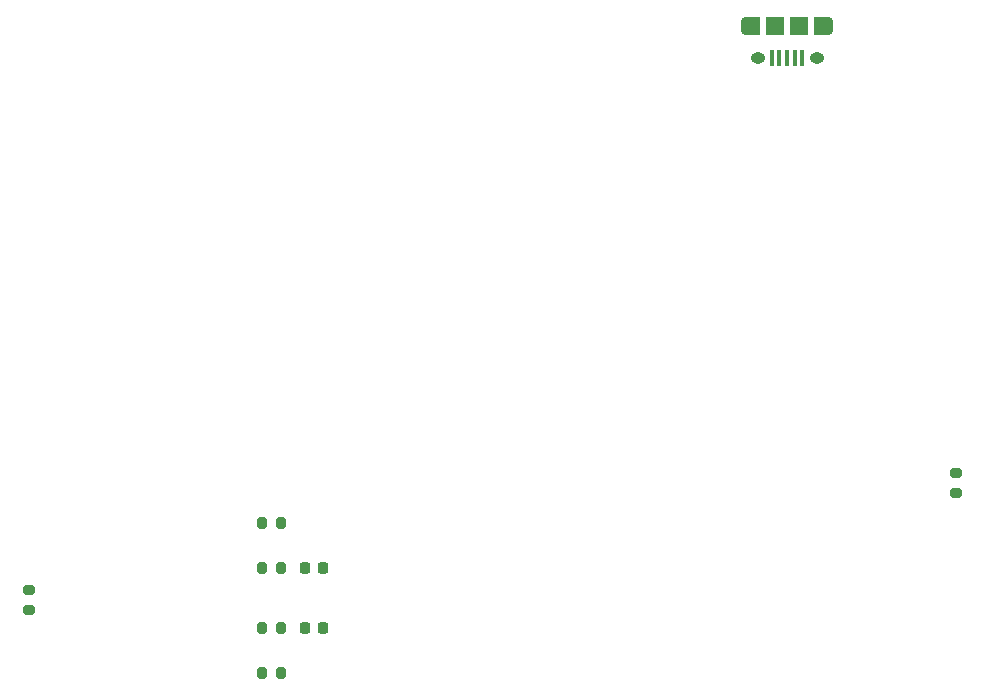
<source format=gbr>
%TF.GenerationSoftware,KiCad,Pcbnew,(7.0.0)*%
%TF.CreationDate,2023-02-28T15:15:22-06:00*%
%TF.ProjectId,Film_Dev_Robot,46696c6d-5f44-4657-965f-526f626f742e,rev?*%
%TF.SameCoordinates,Original*%
%TF.FileFunction,Paste,Top*%
%TF.FilePolarity,Positive*%
%FSLAX46Y46*%
G04 Gerber Fmt 4.6, Leading zero omitted, Abs format (unit mm)*
G04 Created by KiCad (PCBNEW (7.0.0)) date 2023-02-28 15:15:22*
%MOMM*%
%LPD*%
G01*
G04 APERTURE LIST*
G04 Aperture macros list*
%AMRoundRect*
0 Rectangle with rounded corners*
0 $1 Rounding radius*
0 $2 $3 $4 $5 $6 $7 $8 $9 X,Y pos of 4 corners*
0 Add a 4 corners polygon primitive as box body*
4,1,4,$2,$3,$4,$5,$6,$7,$8,$9,$2,$3,0*
0 Add four circle primitives for the rounded corners*
1,1,$1+$1,$2,$3*
1,1,$1+$1,$4,$5*
1,1,$1+$1,$6,$7*
1,1,$1+$1,$8,$9*
0 Add four rect primitives between the rounded corners*
20,1,$1+$1,$2,$3,$4,$5,0*
20,1,$1+$1,$4,$5,$6,$7,0*
20,1,$1+$1,$6,$7,$8,$9,0*
20,1,$1+$1,$8,$9,$2,$3,0*%
G04 Aperture macros list end*
%ADD10RoundRect,0.200000X-0.275000X0.200000X-0.275000X-0.200000X0.275000X-0.200000X0.275000X0.200000X0*%
%ADD11RoundRect,0.225000X-0.225000X-0.250000X0.225000X-0.250000X0.225000X0.250000X-0.225000X0.250000X0*%
%ADD12RoundRect,0.200000X0.200000X0.275000X-0.200000X0.275000X-0.200000X-0.275000X0.200000X-0.275000X0*%
%ADD13RoundRect,0.200000X0.275000X-0.200000X0.275000X0.200000X-0.275000X0.200000X-0.275000X-0.200000X0*%
%ADD14O,0.890000X1.550000*%
%ADD15O,1.250000X0.950000*%
%ADD16R,0.400000X1.350000*%
%ADD17R,1.200000X1.550000*%
%ADD18R,1.500000X1.550000*%
G04 APERTURE END LIST*
D10*
%TO.C,R6*%
X145795000Y-93600000D03*
X145795000Y-95250000D03*
%TD*%
D11*
%TO.C,C2*%
X90665000Y-101600000D03*
X92215000Y-101600000D03*
%TD*%
D12*
%TO.C,R3*%
X88645000Y-110490000D03*
X86995000Y-110490000D03*
%TD*%
D11*
%TO.C,C1*%
X92215000Y-106680000D03*
X90665000Y-106680000D03*
%TD*%
D13*
%TO.C,R5*%
X67310000Y-105155000D03*
X67310000Y-103505000D03*
%TD*%
D14*
%TO.C,J1*%
X134984999Y-55719999D03*
D15*
X133984999Y-58419999D03*
X128984999Y-58419999D03*
D14*
X127984999Y-55719999D03*
D16*
X132784999Y-58419999D03*
X132134999Y-58419999D03*
X131484999Y-58419999D03*
X130834999Y-58419999D03*
X130184999Y-58419999D03*
D17*
X134384999Y-55719999D03*
D18*
X132484999Y-55719999D03*
X130484999Y-55719999D03*
D17*
X128584999Y-55719999D03*
%TD*%
D12*
%TO.C,R2*%
X88645000Y-101600000D03*
X86995000Y-101600000D03*
%TD*%
%TO.C,R4*%
X88645000Y-97790000D03*
X86995000Y-97790000D03*
%TD*%
%TO.C,R1*%
X88645000Y-106680000D03*
X86995000Y-106680000D03*
%TD*%
M02*

</source>
